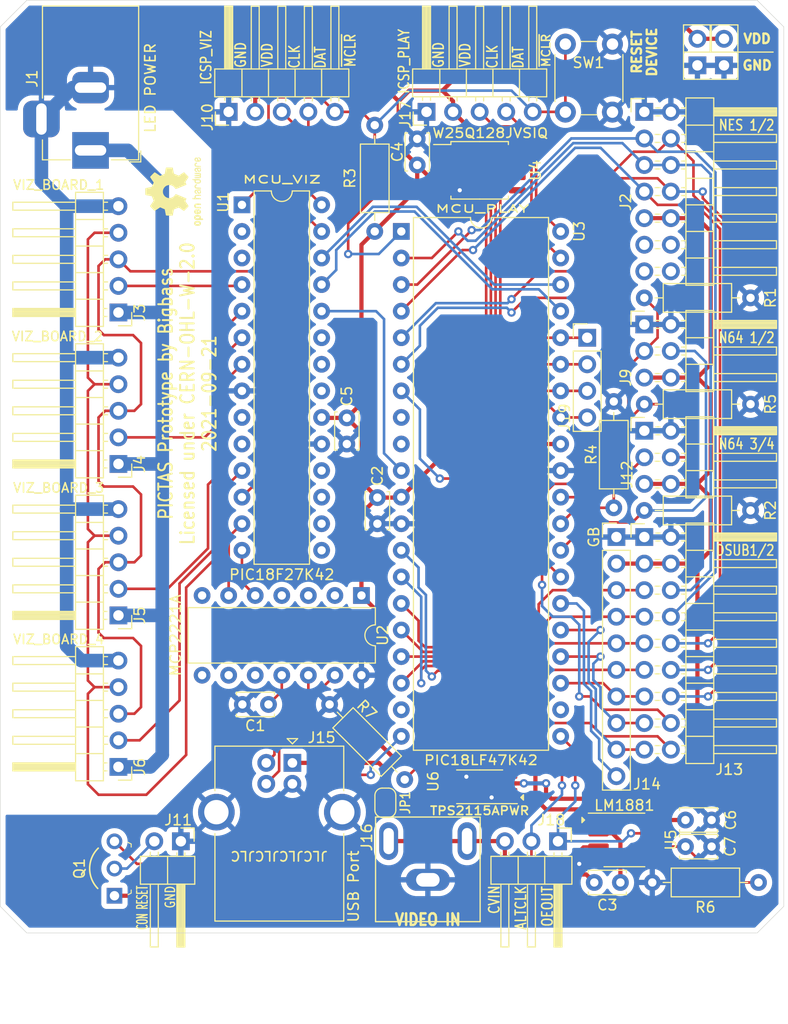
<source format=kicad_pcb>
(kicad_pcb (version 20210824) (generator pcbnew)
  (layers (0 "F.Cu" signal) (31 "B.Cu" signal) (34 "B.Paste" user) (35 "F.Paste" user) (36 "B.SilkS" user "B.Silkscreen") (37 "F.SilkS" user "F.Silkscreen") (38 "B.Mask" user) (39 "F.Mask" user) (44 "Edge.Cuts" user))
  (net 0 "")
  (net 1 "/NES_D41")
  (net 2 "/NES_D31")
  (net 3 "/NES_D42")
  (net 4 "/NES_D32")
  (net 5 "/N64_DATA1")
  (net 6 "/3.3V")
  (net 7 "/N64_DATA2")
  (net 8 "/N64_DATA3")
  (net 9 "/N64_DATA4")
  (net 10 "/USB_5V")
  (net 11 "/D-")
  (net 12 "/D+")
  (net 13 "Net-(C7-Pad2)")
  (net 18 "Net-(C1-Pad2)")
  (net 19 "/SER")
  (net 20 "/CLK")
  (net 21 "/STROBE1")
  (net 22 "/STROBE2")
  (net 23 "/STROBE3")
  (net 24 "GND")
  (net 25 "VDD")
  (net 27 "/UART_HOST")
  (net 28 "SPI1CS")
  (net 29 "SPI1SDO")
  (net 30 "SPI1SCK")
  (net 31 "SPI1SDI")
  (net 32 "/GB8")
  (net 33 "/LED_5V")
  (net 34 "/CVIN")
  (net 36 "OEOUT")
  (net 37 "ALT_CLK")
  (net 39 "MCU_RESET")
  (net 40 "CON_RESET")
  (net 41 "/STROBE4")
  (net 42 "/DSUB25")
  (net 43 "/DSUB23")
  (net 44 "/DSUB21")
  (net 45 "/DSUB24")
  (net 46 "/DSUB22")
  (net 47 "/DSUB27")
  (net 48 "/DSUB17")
  (net 49 "/DSUB26")
  (net 50 "/DSUB16")
  (net 51 "/DSUB15")
  (net 52 "/DSUB14")
  (net 53 "/DSUB13")
  (net 54 "/DSUB12")
  (net 55 "/DSUB11")
  (net 56 "Net-(C3-Pad1)")
  (net 57 "Net-(J10-Pad4)")
  (net 58 "Net-(J10-Pad3)")
  (net 59 "Net-(J11-Pad2)")
  (net 60 "Net-(J17-Pad4)")
  (net 61 "Net-(J17-Pad3)")
  (net 62 "Net-(R7-Pad2)")
  (net 73 "UART_V2P")
  (net 74 "UART_P2V")
  (net 75 "Net-(U1-Pad13)")
  (net 76 "Net-(U1-Pad14)")
  (footprint "Connector_BarrelJack:BarrelJack_Horizontal" (layer "F.Cu") (at 75.184 64.643 -90)
    (fp_text reference "J1")
    (fp_text value "LED POWER")
  )
  (footprint "Package_SO:SOIC-8_5.275x5.275mm_P1.27mm" (layer "F.Cu") (at 112.395 66.548)
    (fp_text reference "U4")
    (fp_text value "W25Q128JVSIQ")
  )
  (footprint "Connector_PinHeader_2.54mm:PinHeader_1x05_P2.54mm_Horizontal" (layer "F.Cu") (at 77.851 94.615 180)
    (fp_text reference "J4")
    (fp_text value "VIZ_BOARD_2")
  )
  (footprint "Connector_PinHeader_2.54mm:PinHeader_1x05_P2.54mm_Horizontal" (layer "F.Cu") (at 77.851 123.571 180)
    (fp_text reference "J6")
    (fp_text value "VIZ_BOARD_4")
  )
  (footprint "Connector_PinHeader_2.54mm:PinHeader_1x05_P2.54mm_Horizontal" (layer "F.Cu") (at 107.315 60.96 90)
    (fp_text reference "J17")
    (fp_text value "ICSP_PLAY")
  )
  (footprint "Capacitor_THT:C_Disc_D3.4mm_W2.1mm_P2.50mm" (layer "F.Cu") (at 89.702 117.602)
    (fp_text reference "C1")
    (fp_text value "0.1uF")
  )
  (footprint "Connector_PinHeader_2.54mm:PinHeader_1x05_P2.54mm_Horizontal" (layer "F.Cu") (at 88.392 60.96 90)
    (fp_text reference "J10")
    (fp_text value "ICSP_VIZ")
  )
  (footprint "Package_DIP:DIP-40_W15.24mm" (layer "F.Cu") (at 104.902 72.39)
    (fp_text reference "U3")
    (fp_text value "PIC18LF47K42")
  )
  (footprint "Capacitor_THT:C_Disc_D3.4mm_W2.1mm_P2.50mm" (layer "F.Cu") (at 102.616 100.33 90)
    (fp_text reference "C2")
    (fp_text value "0.1uF")
  )
  (footprint "Capacitor_THT:C_Disc_D3.4mm_W2.1mm_P2.50mm" (layer "F.Cu") (at 99.695 92.71 90)
    (fp_text reference "C5")
    (fp_text value "0.1uF")
  )
  (footprint "Resistor_THT:R_Axial_DIN0207_L6.3mm_D2.5mm_P10.16mm_Horizontal" (layer "F.Cu") (at 102.362 72.39 90)
    (fp_text reference "R3")
    (fp_text value "10K")
  )
  (footprint "Resistor_THT:R_Axial_DIN0207_L6.3mm_D2.5mm_P10.16mm_Horizontal" (layer "F.Cu") (at 138.303 88.9 180)
    (fp_text reference "R5")
    (fp_text value "10k")
  )
  (footprint "Resistor_THT:R_Axial_DIN0207_L6.3mm_D2.5mm_P10.16mm_Horizontal" (layer "F.Cu") (at 138.303 78.74 180)
    (fp_text reference "R1")
    (fp_text value "10k")
  )
  (footprint "Connector_PinHeader_2.54mm:PinHeader_2x03_P2.54mm_Horizontal" (layer "F.Cu") (at 128.143 81.28)
    (fp_text reference "J9")
    (fp_text value "N64 1/2")
  )
  (footprint "Resistor_THT:R_Axial_DIN0207_L6.3mm_D2.5mm_P10.16mm_Horizontal" (layer "F.Cu") (at 125.222 88.646 -90)
    (fp_text reference "R4")
    (fp_text value "10k")
  )
  (footprint "Connector_PinHeader_2.54mm:PinHeader_2x03_P2.54mm_Horizontal" (layer "F.Cu") (at 128.143 91.44)
    (fp_text reference "J12")
    (fp_text value "N64 3/4")
  )
  (footprint "Resistor_THT:R_Axial_DIN0207_L6.3mm_D2.5mm_P10.16mm_Horizontal" (layer "F.Cu") (at 138.303 99.06 180)
    (fp_text reference "R2")
    (fp_text value "10k")
  )
  (footprint "Connector_PinHeader_2.54mm:PinHeader_2x09_P2.54mm_Horizontal" (layer "F.Cu") (at 128.143 101.6)
    (fp_text reference "J13")
    (fp_text value "DSUB1/2")
  )
  (footprint "Connector_PinHeader_2.54mm:PinHeader_1x10_P2.54mm_Vertical" (layer "F.Cu") (at 125.476 101.6)
    (fp_text reference "J14")
    (fp_text value "GB")
  )
  (footprint "Connector_PinHeader_2.54mm:PinHeader_1x03_P2.54mm_Horizontal" (layer "F.Cu") (at 119.888 130.683 -90)
    (fp_text reference "J18")
    (fp_text value "SYNC")
  )
  (footprint "Capacitor_THT:C_Disc_D3.4mm_W2.1mm_P2.50mm" (layer "F.Cu") (at 134.58 131.191 180)
    (fp_text reference "C7")
    (fp_text value "0.1uF")
  )
  (footprint "Capacitor_THT:C_Disc_D3.4mm_W2.1mm_P2.50mm" (layer "F.Cu") (at 125.857 134.62 180)
    (fp_text reference "C3")
    (fp_text value "0.1uF")
  )
  (footprint "Resistor_THT:R_Axial_DIN0207_L6.3mm_D2.5mm_P10.16mm_Horizontal" (layer "F.Cu") (at 139.065 134.62 180)
    (fp_text reference "R6")
    (fp_text value "680k")
  )
  (footprint "Package_SO:SOIC-8_3.9x4.9mm_P1.27mm" (layer "F.Cu") (at 126.238 130.556)
    (fp_text reference "U5")
    (fp_text value "LM1881")
  )
  (footprint "Package_DIP:DIP-14_W7.62mm" (layer "F.Cu") (at 101.092 107.188 -90)
    (fp_text reference "U2")
    (fp_text value "MCP2221A")
  )
  (footprint "Connector_PinHeader_2.54mm:PinHeader_2x07_P2.54mm_Horizontal" (layer "F.Cu") (at 128.143 60.96)
    (fp_text reference "J2")
    (fp_text value "NES 1/2")
  )
  (footprint "Connector_PinHeader_2.54mm:PinHeader_1x02_P2.54mm_Horizontal" (layer "F.Cu") (at 83.82 130.683 -90)
    (fp_text reference "J11")
    (fp_text value "CON_RESET" hide)
  )
  (footprint "digikey-footprints:TO-92-3_Formed_Leads" (layer "F.Cu") (at 77.47 135.89 90)
    (fp_text reference "Q1")
    (fp_text value "KSC1815_CON_RESET")
  )
  (footprint "Button_Switch_THT:SW_PUSH_6mm_H7.3mm" (layer "F.Cu") (at 125.095 54.483 -90)
    (fp_text reference "SW1")
    (fp_text value "MCU_RESET")
  )
  (footprint "Connector_PinHeader_2.54mm:PinHeader_1x05_P2.54mm_Horizontal" (layer "F.Cu") (at 77.851 80.137 180)
    (fp_text reference "J3")
    (fp_text value "VIZ_BOARD_1")
  )
  (footprint "Connector_PinHeader_2.54mm:PinHeader_1x05_P2.54mm_Horizontal" (layer "F.Cu") (at 77.851 109.093 180)
    (fp_text reference "J5")
    (fp_text value "VIZ_BOARD_3")
  )
  (footprint "Connector_PinHeader_2.54mm:PinHeader_1x02_P2.54mm_Vertical" (layer "F.Cu") (at 135.763 56.515 180)
    (fp_text reference "J7" hide)
    (fp_text value "AUX_VDD_GND_1")
  )
  (footprint "Connector_PinSocket_2.54mm:PinSocket_1x02_P2.54mm_Vertical" (layer "F.Cu") (at 133.223 56.515 180)
    (fp_text reference "J8" hide)
    (fp_text value "AUX_VDD_GND_2")
  )
  (footprint "Connector_USB:USB_B_OST_USB-B1HSxx_Horizontal" (layer "F.Cu") (at 94.488 123.19 -90)
    (fp_text reference "J15")
    (fp_text value "USB Port")
  )
  (footprint "pictas:PJRAN1X1U04X" (layer "F.Cu") (at 107.442 134.366)
    (fp_text reference "J16")
    (fp_text value "VIDEO IN")
  )
  (footprint "Connector_PinHeader_2.54mm:PinHeader_1x04_P2.54mm_Vertical" (layer "F.Cu") (at 122.682 82.55)
    (fp_text reference "J19")
    (fp_text value "AUX_FLASH")
  )
  (footprint "Package_DIP:DIP-28_W7.62mm" (layer "F.Cu") (at 89.662 69.85)
    (fp_text reference "U1")
    (fp_text value "PIC18F27K42")
  )
  (footprint "Resistor_THT:R_Axial_DIN0207_L6.3mm_D2.5mm_P10.16mm_Horizontal" (layer "F.Cu") (at 98.044 117.602 -45)
    (fp_text reference "R7")
    (fp_text value "400")
  )
  (footprint "Jumper:SolderJumper-2_P1.3mm_Open_RoundedPad1.0x1.5mm" (layer "F.Cu") (at 103.378 127 90)
    (fp_text reference "JP1")
    (fp_text value "VDD_BYPASS")
  )
  (footprint "Capacitor_THT:C_Disc_D3.4mm_W2.1mm_P2.50mm" (layer "F.Cu") (at 106.426 63.54 -90)
    (fp_text reference "C4")
    (fp_text value "0.1uF")
  )
  (footprint "Package_SO:TSSOP-8_4.4x3mm_P0.65mm" (layer "F.Cu") (at 112.395 125.476 180)
    (fp_text reference "U6")
    (fp_text value "TPS2115APWR")
  )
  (footprint "Capacitor_THT:C_Disc_D3.4mm_W2.1mm_P2.50mm" (layer "F.Cu") (at 134.58 128.651 180)
    (fp_text reference "C6")
    (fp_text value "0.1uF")
  )
  (footprint "Symbol:OSHW-Logo2_7.3x6mm_SilkScreen" (layer "F.Cu") (at 83.185 68.58 90)
    (fp_text reference "REF**" hide)
    (fp_text value "OSHW-Logo2_7.3x6mm_SilkScreen" hide)
  )
  (gr_line (start 137.093 56.515) (end 137.093 55.245) (layer "F.SilkS") (width 0.12))
  (gr_line (start 133.223 57.845) (end 135.763 57.845) (layer "F.SilkS") (width 0.12))
  (gr_line (start 131.893 56.515) (end 131.893 55.245) (layer "F.SilkS") (width 0.12))
  (gr_poly (pts (xy 122.174 128.397) (xy 122.428 128.651) (xy 122.174 128.905)) (layer "F.SilkS") (width 0.12) (fill solid))
  (gr_line (start 137.093 55.245) (end 140.462 55.245) (layer "F.SilkS") (width 0.12))
  (gr_poly (pts (xy 116.586 126.746) (xy 116.332 126.492) (xy 116.586 126.238)) (layer "F.SilkS") (width 0.12) (fill solid))
  (gr_line (start 66.548 136.906) (end 66.548 52.832) (layer "Edge.Cuts") (width 0.05))
  (gr_line (start 66.548 136.906) (end 69.088 139.446) (layer "Edge.Cuts") (width 0.05))
  (gr_line (start 141.478 52.832) (end 141.478 136.906) (layer "Edge.Cuts") (width 0.05))
  (gr_line (start 69.088 50.292) (end 66.548 52.832) (layer "Edge.Cuts") (width 0.05))
  (gr_line (start 138.938 139.446) (end 141.478 136.906) (layer "Edge.Cuts") (width 0.05))
  (gr_line (start 69.088 50.292) (end 138.938 50.292) (layer "Edge.Cuts") (width 0.05))
  (gr_line (start 141.478 52.832) (end 138.938 50.292) (layer "Edge.Cuts") (width 0.05))
  (gr_line (start 138.938 139.446) (end 69.088 139.446) (layer "Edge.Cuts") (width 0.05))
  (gr_text "PICTAS Prototype by Bigbass\nLicensed under CERN-OHL-W-2.0\n2021-09-21" (at 84.455 87.884 90) (layer "F.SilkS") (effects (font (size 1.3 1.1) (thickness 0.19))))
  (gr_text "OEOUT" (at 118.872 136.906 90) (layer "F.SilkS") (effects (font (size 1 0.8))))
  (gr_text "MCU_VIZ" (at 93.472 67.437) (layer "F.SilkS") (effects (font (size 0.7 1.2))))
  (gr_text "GND" (at 82.804 136.017 90) (layer "F.SilkS") (effects (font (size 0.9 0.7) (thickness 0.125))))
  (gr_text "CVIN" (at 113.792 136.271 90) (layer "F.SilkS") (effects (font (size 1 0.8))))
  (gr_text "~{MCLR}" (at 100.0125 56.769 90) (layer "F.SilkS") (effects (font (size 1 0.8)) (justify left)))
  (gr_text "GND" (at 89.535 56.8325 90) (layer "F.SilkS") (effects (font (size 1 0.8)) (justify left)))
  (gr_text "GND" (at 108.458 56.8325 90) (layer "F.SilkS") (effects (font (size 1 0.8)) (justify left)))
  (gr_text "DAT" (at 116.078 56.896 90) (layer "F.SilkS") (effects (font (size 1 0.8)) (justify left)))
  (gr_text "~{MCLR}" (at 118.745 56.769 90) (layer "F.SilkS") (effects (font (size 0.8 0.8)) (justify left)))
  (gr_text "VDD" (at 110.998 56.769 90) (layer "F.SilkS") (effects (font (size 1 0.8)) (justify left)))
  (gr_text "CLK" (at 113.6015 56.896 90) (layer "F.SilkS") (effects (font (size 1 0.8)) (justify left)))
  (gr_text "VDD" (at 138.938 53.975) (layer "F.SilkS") (effects (font (size 0.9 0.9) (thickness 0.225))))
  (gr_text "GND" (at 138.938 56.515) (layer "F.SilkS") (effects (font (size 0.9 0.9) (thickness 0.225))))
  (gr_text "MCU_PLAY" (at 112.649 70.231) (layer "F.SilkS") (effects (font (size 0.7 1.2))))
  (gr_text "RESET\nDEVICE" (at 128.143 55.245 90) (layer "F.SilkS") (effects (font (size 0.9 0.9) (thickness 0.225))))
  (gr_text "ALTCLK" (at 116.332 137.033 90) (layer "F.SilkS") (effects (font (size 1 0.8))))
  (gr_text "DAT" (at 97.155 56.896 90) (layer "F.SilkS") (effects (font (size 1 0.8)) (justify left)))
  (gr_text "JLCJLCJLCJLC" (at 93.218 132.08 180) (layer "F.SilkS") (effects (font (size 0.9 0.9))))
  (gr_text "CON RESET" (at 80.137 137.033 90) (layer "F.SilkS") (effects (font (size 1 0.5) (thickness 0.125))))
  (gr_text "VDD" (at 92.075 56.769 90) (layer "F.SilkS") (effects (font (size 1 0.8)) (justify left)))
  (gr_text "CLK" (at 94.6785 56.896 90) (layer "F.SilkS") (effects (font (size 1 0.8)) (justify left)))
  (segment (start 126.619 89.78759) (end 126.04199 90.3646) (width 0.25) (layer "F.Cu") (net 5))
  (segment (start 128.143 83.82) (end 126.619 85.344) (width 0.25) (layer "F.Cu") (net 5))
  (segment (start 118.11 103.378) (end 120.142 105.41) (width 0.25) (layer "F.Cu") (net 5))
  (segment (start 126.04199 94.0476) (end 123.56959 96.52) (width 0.25) (layer "F.Cu") (net 5))
  (segment (start 128.143 83.82) (end 129.413 82.55) (width 0.25) (layer "F.Cu") (net 5))
  (segment (start 119.507 96.52) (end 118.11 97.917) (width 0.25) (layer "F.Cu") (net 5))
  (segment (start 129.413 82.55) (end 129.413 80.01) (width 0.25) (layer "F.Cu") (net 5))
  (segment (start 118.11 97.917) (end 118.11 103.378) (width 0.25) (layer "F.Cu") (net 5))
  (segment (start 126.619 85.344) (end 126.619 89.78759) (width 0.25) (layer "F.Cu") (net 5))
  (segment (start 126.04199 90.3646) (end 126.04199 94.0476) (width 0.25) (layer "F.Cu") (net 5))
  (segment (start 129.413 80.01) (end 128.143 78.74) (width 0.25) (layer "F.Cu") (net 5))
  (segment (start 123.56959 96.52) (end 119.507 96.52) (width 0.25) (layer "F.Cu") (net 5))
  (segment (start 133.223 86.36) (end 134.493 85.09) (width 0.4) (layer "F.Cu") (net 6))
  (segment (start 134.493 72.39) (end 133.223 71.12) (width 0.4) (layer "F.Cu") (net 6))
  (segment (start 133.223 71.12) (end 130.683 71.12) (width 0.4) (layer "F.Cu") (net 6))
  (segment (start 115.2575 125.151) (end 112.974 125.151) (width 0.4) (layer "F.Cu") (net 6))
  (segment (start 112.974 125.151) (end 111.674 126.451) (width 0.4) (layer "F.Cu") (net 6))
  (segment (start 111.674 126.451) (end 109.5325 126.451) (width 0.4) (layer "F.Cu") (net 6))
  (segment (start 134.493 102.87) (end 133.223 104.14) (width 0.4) (layer "F.Cu") (net 6))
  (segment (start 128.143 96.52) (end 130.683 96.52) (width 0.4) (layer "F.Cu") (net 6))
  (segment (start 134.493 97.79) (end 134.493 102.87) (width 0.4) (layer "F.Cu") (net 6))
  (segment (start 134.493 72.39) (end 134.493 85.09) (width 0.4) (layer "F.Cu") (net 6))
  (segment (start 118.745 126.111) (end 118.745 125.1458) (width 0.4) (layer "F.Cu") (net 6))
  (segment (start 119.634 126.619) (end 132.08 126.619) (width 0.4) (layer "F.Cu") (net 6))
  (segment (start 133.223 96.52) (end 130.683 96.52) (width 0.4) (layer "F.Cu") (net 6))
  (segment (start 119.253 126.619) (end 118.745 126.111) (width 0.4) (layer "F.Cu") (net 6))
  (segment (start 133.223 125.476) (end 133.223 104.14) (width 0.4) (layer "F.Cu") (net 6))
  (segment (start 132.08 126.619) (end 133.223 125.476) (width 0.4) (layer "F.Cu") (net 6))
  (segment (start 116.6189 125.151) (end 116.6241 125.1458) (width 0.4) (layer "F.Cu") (net 6))
  (segment (start 134.493 87.63) (end 133.223 86.36) (width 0.4) (layer "F.Cu") (net 6))
  (segment (start 128.143 104.14) (end 125.476 104.14) (width 0.4) (layer "F.Cu") (net 6))
  (segment (start 115.2575 125.151) (end 116.6189 125.151) (width 0.4) (layer "F.Cu") (net 6))
  (segment (start 119.634 126.619) (end 119.253 126.619) (width 0.4) (layer "F.Cu") (net 6))
  (segment (start 128.143 71.12) (end 130.683 71.12) (width 0.4) (layer "F.Cu") (net 6))
  (segment (start 130.683 104.14) (end 128.143 104.14) (width 0.4) (layer "F.Cu") (net 6))
  (segment (start 133.223 104.14) (end 130.683 104.14) (width 0.4) (layer "F.Cu") (net 6))
  (segment (start 133.223 96.52) (end 134.493 97.79) (width 0.4) (layer "F.Cu") (net 6))
  (segment (start 128.143 86.36) (end 130.683 86.36) (width 0.4) (layer "F.Cu") (net 6))
  (segment (start 133.223 86.36) (end 130.683 86.36) (width 0.4) (layer "F.Cu") (net 6))
  (segment (start 134.493 87.63) (end 134.493 95.25) (width 0.4) (layer "F.Cu") (net 6))
  (segment (start 133.223 96.52) (end 134.493 95.25) (width 0.4) (layer "F.Cu") (net 6))
  (via (at 118.745 125.1458) (size 0.8) (drill 0.4) (layers "F.Cu" "B.Cu") (net 6))
  (via (at 116.6241 125.1458) (size 0.8) (drill 0.4) (layers "F.Cu" "B.Cu") (net 6))
  (segment (start 116.6241 125.1458) (end 118.4021 125.1458) (width 0.4) (layer "B.Cu") (net 6))
  (segment (start 122.809 100.203) (end 127 100.203) (width 0.25) (layer "F.Cu") (net 7))
  (segment (start 120.142 102.87) (end 122.809 100.203) (width 0.25) (layer "F.Cu") (net 7))
  (segment (start 127 100.203) (end 128.143 99.06) (width 0.25) (layer "F.Cu") (net 7))
  (segment (start 132.77299 99.06) (end 134.04299 97.79) (width 0.25) (layer "B.Cu") (net 7))
  (segment (start 132.969 83.82) (end 130.683 83.82) (width 0.25) (layer "B.Cu") (net 7))
  (segment (start 134.04299 97.79) (end 134.04299 84.89399) (width 0.25) (layer "B.Cu") (net 7))
  (segment (start 134.04299 84.89399) (end 132.969 83.82) (width 0.25) (layer "B.Cu") (net 7))
  (segment (start 128.143 99.06) (end 132.77299 99.06) (width 0.25) (layer "B.Cu") (net 7))
  (segment (start 120.142 100.33) (end 121.666 98.806) (width 0.25) (layer "F.Cu") (net 8))
  (segment (start 121.666 98.806) (end 125.222 98.806) (width 0.25) (layer "F.Cu") (net 8))
  (segment (start 125.222 98.806) (end 125.222 96.901) (width 0.25) (layer "F.Cu") (net 8))
  (segment (start 125.222 96.901) (end 128.143 93.98) (width 0.25) (layer "F.Cu") (net 8))
  (segment (start 122.936 97.79) (end 126.492 94.234) (width 0.25) (layer "F.Cu") (net 9))
  (segment (start 126.492 94.234) (end 126.492 90.551) (width 0.25) (layer "F.Cu") (net 9))
  (segment (start 126.492 90.551) (end 128.143 88.9) (width 0.25) (layer "F.Cu") (net 9))
  (segment (start 131.826 88.9) (end 132.969 90.043) (width 0.25) (layer "F.Cu") (net 9))
  (segment (start 132.969 93.091) (end 132.08 93.98) (width 0.25) (layer "F.Cu") (net 9))
  (segment (start 120.142 97.79) (end 122.936 97.79) (width 0.25) (layer "F.Cu") (net 9))
  (segment (start 132.969 90.043) (end 132.969 93.091) (width 0.25) (layer "F.Cu") (net 9))
  (segment (start 128.143 88.9) (end 131.826 88.9) (width 0.25) (layer "F.Cu") (net 9))
  (segment (start 132.08 93.98) (end 130.683 93.98) (width 0.25) (layer "F.Cu") (net 9))
  (segment (start 103.378 123.825) (end 102.743 123.19) (width 0.4) (layer "F.Cu") (net 10))
  (segment (start 102.743 123.19) (end 94.488 123.19) (width 0.4) (layer "F.Cu") (net 10))
  (segment (start 103.378 126.35) (end 106.314 126.35) (width 0.4) (layer "F.Cu") (net 10))
  (segment (start 107.513 125.151) (end 109.5325 125.151) (width 0.4) (layer "F.Cu") (net 10))
  (segment (start 106.553 126.111) (end 107.513 125.151) (width 0.4) (layer "F.Cu") (net 10))
  (segment (start 103.378 126.35) (end 103.378 123.825) (width 0.4) (layer "F.Cu") (net 10))
  (segment (start 106.314 126.35) (end 106.553 126.111) (width 0.4) (layer "F.Cu") (net 10))
  (segment (start 92.76848 122.40952) (end 92.76848 119.955803) (width 0.25) (layer "F.Cu") (net 11))
  (segment (start 92.76848 119.955803) (end 96.012 116.712283) (width 0.25) (layer "F.Cu") (net 11))
  (segment (start 96.012 116.712283) (end 96.012 114.808) (width 0.25) (layer "F.Cu") (net 11))
  (segment (start 91.988 123.19) (end 92.76848 122.40952) (width 0.25) (layer "F.Cu") (net 11))
  (segment (start 98.552 114.808) (end 93.218 120.142) (width 0.25) (layer "F.Cu") (net 12))
  (segment (start 93.218 123.96) (end 93.218 120.142) (width 0.25) (layer "F.Cu") (net 12))
  (segment (start 91.988 125.19) (end 93.218 123.96) (width 0.25) (layer "F.Cu") (net 12))
  (segment (start 135.509 134.62) (end 132.08 131.191) (width 0.25) (layer "F.Cu") (net 13))
  (segment (start 139.065 134.62) (end 135.509 134.62) (width 0.25) (layer "F.Cu") (net 13))
  (segment (start 128.713 131.191) (end 132.08 131.191) (width 0.25) (layer "F.Cu") (net 13))
  (segment (start 92.202 117.602) (end 93.472 116.332) (width 0.25) (layer "F.Cu") (net 18))
  (segment (start 93.472 116.332) (end 93.472 114.808) (width 0.25) (layer "F.Cu") (net 18))
  (segment (start 74.93 125.222) (end 75.946 126.238) (width 0.25) (layer "F.Cu") (net 19))
  (segment (start 75.565 72.517) (end 74.93 73.152) (width 0.25) (layer "F.Cu") (net 19))
  (segment (start 74.93 116.586) (end 74.93 125.222) (width 0.25) (layer "F.Cu") (net 19))
  (segment (start 84.328 122.428) (end 84.328 106.426) (width 0.25) (layer "F.Cu") (net 19))
  (segment (start 77.851 72.517) (end 75.565 72.517) (width 0.25) (layer "F.Cu") (net 19))
  (segment (start 75.565 86.995) (end 74.93 86.36) (width 0.25) (layer "F.Cu") (net 19))
  (segment (start 75.565 101.473) (end 74.93 102.108) (width 0.25) (layer "F.Cu") (net 19))
  (segment (start 74.93 87.63) (end 74.93 100.838) (width 0.25) (layer "F.Cu") (net 19))
  (segment (start 75.565 101.473) (end 74.93 100.838) (width 0.25) (layer "F.Cu") (net 19))
  (segment (start 75.565 86.995) (end 74.93 87.63) (width 0.25) (layer "F.Cu") (net 19))
  (segment (start 75.565 115.951) (end 77.851 115.951) (width 0.25) (layer "F.Cu") (net 19))
  (segment (start 87.63 103.124) (end 87.63 97.282) (width 0.25) (layer "F.Cu") (net 19))
  (segment (start 75.946 126.238) (end 80.518 126.238) (width 0.25) (layer "F.Cu") (net 19))
  (segment (start 74.93 115.316) (end 75.565 115.951) (width 0.25) (layer "F.Cu") (net 19))
  (segment (start 74.93 73.152) (end 74.93 86.36) (width 0.25) (layer "F.Cu") (net 19))
  (segment (start 77.851 86.995) (end 75.565 86.995) (width 0.25) (layer "F.Cu") (net 19))
  (segment (start 87.63 97.282) (end 89.662 95.25) (width 0.25) (layer "F.Cu") (net 19))
  (segment (start 74.93 102.108) (end 74.93 115.316) (width 0.25) (layer "F.Cu") (net 19))
  (segment (start 84.328 106.426) (end 87.63 103.124) (width 0.25) (layer "F.Cu") (net 19))
  (segment (start 77.851 101.473) (end 75.565 101.473) (width 0.25) (layer "F.Cu") (net 19))
  (segment (start 75.565 115.951) (end 74.93 116.586) (width 0.25) (layer "F.Cu") (net 19))
  (segment (start 80.518 126.238) (end 84.328 122.428) (width 0.25) (layer "F.Cu") (net 19))
  (segment (start 79.248 111.252) (end 80.01 112.014) (width 0.25) (layer "F.Cu") (net 20))
  (segment (start 77.851 104.013) (end 76.581 104.013) (width 0.25) (layer "F.Cu") (net 20))
  (segment (start 79.375 104.013) (end 77.851 104.013) (width 0.25) (layer "F.Cu") (net 20))
  (segment (start 76.581 104.013) (end 75.946 104.648) (width 0.25) (layer "F.Cu") (net 20))
  (segment (start 76.454 111.252) (end 79.248 111.252) (width 0.25) (layer "F.Cu") (net 20))
  (segment (start 80.01 117.856) (end 79.375 118.491) (width 0.25) (layer "F.Cu") (net 20))
  (segment (start 80.01 112.014) (end 80.01 117.856) (width 0.25) (layer "F.Cu") (net 20))
  (segment (start 75.946 110.744) (end 76.454 111.252) (width 0.25) (layer "F.Cu") (net 20))
  (segment (start 75.946 104.648) (end 75.946 110.744) (width 0.25) (layer "F.Cu") (net 20))
  (segment (start 76.454 96.774) (end 79.248 96.774) (width 0.25) (layer "F.Cu") (net 20))
  (segment (start 79.248 82.296) (end 80.01 83.058) (width 0.25) (layer "F.Cu") (net 20))
  (segment (start 75.946 81.788) (end 76.454 82.296) (width 0.25) (layer "F.Cu") (net 20))
  (segment (start 76.454 82.296) (end 79.248 82.296) (width 0.25) (layer "F.Cu") (net 20))
  (segment (start 89.662 97.79) (end 91.44 96.012) (width 0.25) (layer "F.Cu") (net 20))
  (segment (start 76.581 75.057) (end 75.946 75.692) (width 0.25) (layer "F.Cu") (net 20))
  (segment (start 91.44 96.012) (end 91.44 77.089) (width 0.25) (layer "F.Cu") (net 20))
  (segment (start 77.851 75.057) (end 76.581 75.057) (width 0.25) (layer "F.Cu") (net 20))
  (segment (start 90.551 76.2) (end 78.994 76.2) (width 0.25) (layer "F.Cu") (net 20))
  (segment (start 75.946 96.266) (end 76.454 96.774) (width 0.25) (layer "F.Cu") (net 20))
  (segment (start 79.375 89.535) (end 77.851 89.535) (width 0.25) (layer "F.Cu") (net 20))
  (segment (start 79.248 96.774) (end 80.01 97.536) (width 0.25) (layer "F.Cu") (net 20))
  (segment (start 80.01 88.9) (end 79.375 89.535) (width 0.25) (layer "F.Cu") (net 20))
  (segment (start 76.581 89.535) (end 75.946 90.17) (width 0.25) (layer "F.Cu") (net 20))
  (segment (start 80.01 83.058) (end 80.01 88.9) (width 0.25) (layer "F.Cu") (net 20))
  (segment (start 75.946 90.17) (end 75.946 96.266) (width 0.25) (layer "F.Cu") (net 20))
  (segment (start 78.994 76.2) (end 77.851 75.057) (width 0.25) (layer "F.Cu") (net 20))
  (segment (start 75.946 75.692) (end 75.946 81.788) (width 0.25) (layer "F.Cu") (net 20))
  (segment (start 91.44 77.089) (end 90.551 76.2) (width 0.25) (layer "F.Cu") (net 20))
  (segment (start 80.01 103.378) (end 79.375 104.013) (width 0.25) (layer "F.Cu") (net 20))
  (segment (start 79.375 118.491) (end 77.851 118.491) (width 0.25) (layer "F.Cu") (net 20))
  (segment (start 80.01 97.536) (end 80.01 103.378) (width 0.25) (layer "F.Cu") (net 20))
  (segment (start 77.851 89.535) (end 76.581 89.535) (width 0.25) (layer "F.Cu") (net 20))
  (segment (start 89.535 77.597) (end 89.662 77.47) (width 0.25) (layer "F.Cu") (net 21))
  (segment (start 77.851 77.597) (end 89.535 77.597) (width 0.25) (layer "F.Cu") (net 21))
  (segment (start 86.106 92.075) (end 86.92146 91.25954) (width 0.25) (layer "F.Cu") (net 22))
  (segment (start 86.92146 82.75054) (end 89.662 80.01) (width 0.25) (layer "F.Cu") (net 22))
  (segment (start 77.851 92.075) (end 86.106 92.075) (width 0.25) (layer "F.Cu") (net 22))
  (segment (start 86.92146 91.25954) (end 86.92146 82.75054) (width 0.25) (layer "F.Cu") (net 22))
  (segment (start 86.41848 96.587802) (end 87.37098 95.635302) (width 0.25) (layer "F.Cu") (net 23))
  (segment (start 87.37098 95.635302) (end 87.37098 84.84102) (width 0.25) (layer "F.Cu") (net 23))
  (segment (start 86.41848 102.683803) (end 86.41848 96.587802) (width 0.25) (layer "F.Cu") (net 23))
  (segment (start 82.549283 106.553) (end 86.41848 102.683803) (width 0.25) (layer "F.Cu") (net 23))
  (segment (start 77.851 106.553) (end 82.549283 106.553) (width 0.25) (layer "F.Cu") (net 23))
  (segment (start 87.37098 84.84102) (end 89.662 82.55) (width 0.25) (layer "F.Cu") (net 23))
  (segment (start 108.795 68.453) (end 110.49 68.453) (width 0.25) (layer "F.Cu") (net 24))
  (segment (start 122.301 132.461) (end 121.92 132.842) (width 0.25) (layer "F.Cu") (net 24))
  (segment (start 115.2575 125.801) (end 114.229 125.801) (width 0.25) (layer "F.Cu") (net 24))
  (segment (start 123.763 132.461) (end 122.301 132.461) (width 0.25) (layer "F.Cu") (net 24))
  (segment (start 114.229 125.801) (end 113.538 126.492) (width 0.25) (layer "F.Cu") (net 24))
  (segment (start 111.1152 124.501) (end 111.125 124.5108) (width 0.25) (layer "F.Cu") (net 24))
  (segment (start 109.5325 124.501) (end 111.1152 124.501) (width 0.25) (layer "F.Cu") (net 24))
  (via (at 121.92 132.842) (size 0.8) (drill 0.4) (layers "F.Cu" "B.Cu") (net 24))
  (via (at 111.125 124.5108) (size 0.8) (drill 0.4) (layers "F.Cu" "B.Cu") (net 24))
  (via (at 110.49 68.453) (size 0.8) (drill 0.4) (layers "F.Cu" "B.Cu") (net 24))
  (via (at 113.538 126.492) (size 0.8) (drill 0.4) (layers "F.Cu" "B.Cu") (net 24))
  (segment (start 102.616 100.33) (end 104.902 100.33) (width 0.5) (layer "B.Cu") (net 24))
  (segment (start 72.898 112.014) (end 74.295 113.411) (width 1.3) (layer "B.Cu") (net 24))
  (segment (start 72.898 69.977) (end 72.898 84.455) (width 1.3) (layer "B.Cu") (net 24))
  (segment (start 77.851 84.455) (end 72.898 84.455) (width 1.3) (layer "B.Cu") (net 24))
  (segment (start 75.184 58.643) (end 73.484 58.643) (width 1.3) (layer "B.Cu") (net 24))
  (segment (start 72.898 84.455) (end 72.898 98.933) (width 1.3) (layer "B.Cu") (net 24))
  (segment (start 72.898 69.977) (end 70.484 67.563) (width 1.3) (layer "B.Cu") (net 24))
  (segment (start 70.484 67.563) (end 70.484 61.643) (width 1.3) (layer "B.Cu") (net 24))
  (segment (start 73.484 58.643) (end 70.484 61.643) (width 1.3) (layer "B.Cu") (net 24))
  (segment (start 72.898 98.933) (end 72.898 112.014) (width 1.3) (layer "B.Cu") (net 24))
  (segment (start 77.851 69.977) (end 72.898 69.977) (width 1.3) (layer "B.Cu") (net 24))
  (segment (start 77.851 98.933) (end 72.898 98.933) (width 1.3) (layer "B.Cu") (net 24))
  (segment (start 74.295 113.411) (end 77.851 113.411) (width 1.3) (layer "B.Cu") (net 24))
  (segment (start 109.855 59.944) (end 108.839 58.928) (width 0.4) (layer "F.Cu") (net 25))
  (segment (start 104.648 64.262) (end 106.426 66.04) (width 0.4) (layer "F.Cu") (net 25))
  (segment (start 117.729 126.619) (end 118.745 127.635) (width 0.4) (layer "F.Cu") (net 25))
  (segment (start 104.862 97.83) (end 104.902 97.79) (width 0.4) (layer "F.Cu") (net 25))
  (segment (start 100.95 130.063) (end 95.123 135.89) (width 0.4) (layer "F.Cu") (net 25))
  (segment (start 101.092 107.188) (end 102.87 108.966) (width 0.4) (layer "F.Cu") (net 25))
  (segment (start 109.5325 125.801) (end 108.26 125.801) (width 0.4) (layer "F.Cu") (net 25))
  (segment (start 102.616 97.83) (end 104.862 97.83) (width 0.4) (layer "F.Cu") (net 25))
  (segment (start 101.092 99.354) (end 102.616 97.83) (width 0.4) (layer "F.Cu") (net 25))
  (segment (start 99.695 90.21) (end 97.322 90.21) (width 0.4) (layer "F.Cu") (net 25))
  (segment (start 101.092 91.607) (end 99.695 90.21) (width 0.4) (layer "F.Cu") (net 25))
  (segment (start 104.902 97.79) (end 109.982 92.71) (width 0.4) (layer "F.Cu") (net 25))
  (segment (start 100.965 130.063) (end 100.95 130.063) (width 0.4) (layer "F.Cu") (net 25))
  (segment (start 101.092 96.306) (end 101.092 91.607) (width 0.4) (layer "F.Cu") (net 25))
  (segment (start 103.393 127.635) (end 103.378 127.65) (width 0.4) (layer "F.Cu") (net 25))
  (segment (start 116.459 122.555) (end 117.729 123.825) (width 0.4) (layer "F.Cu") (net 25))
  (segment (start 101.092 88.813) (end 101.092 73.66) (width 0.4) (layer "F.Cu") (net 25))
  (segment (start 109.855 60.96) (end 113.538 64.643) (width 0.4) (layer "F.Cu") (net 25))
  (segment (start 104.648 59.944) (end 103.632 58.928) (width 0.4) (layer "F.Cu") (net 25))
  (segment (start 106.426 68.326) (end 106.3625 68.3895) (width 0.4) (layer "F.Cu") (net 25))
  (segment (start 102.616 97.83) (end 101.092 96.306) (width 0.4) (layer "F.Cu") (net 25))
  (segment (start 104.648 59.944) (end 105.664 58.928) (width 0.4) (layer "F.Cu") (net 25))
  (segment (start 104.648 64.262) (end 104.648 59.944) (width 0.4) (layer "F.Cu") (net 25))
  (segment (start 113.538 64.643) (end 115.995 64.643) (width 0.4) (layer "F.Cu") (net 25))
  (segment (start 126.873 128.651) (end 125.857 127.635) (width 0.4) (layer "F.Cu") (net 25))
  (segment (start 102.87 108.966) (end 102.87 121.412) (width 0.4) (layer "F.Cu") (net 25))
  (segment (start 115.697 52.07) (end 131.318 52.07) (width 0.4) (layer "F.Cu") (net 25))
  (segment (start 102.362 72.39) (end 106.3625 68.3895) (width 0.4) (layer "F.Cu") (net 25))
  (segment (start 116.332 127.635) (end 107.696 127.635) (width 0.4) (layer "F.Cu") (net 25))
  (segment (start 102.87 121.412) (end 104.013 122.555) (width 0.4) (layer "F.Cu") (net 25))
  (segment (start 109.982 92.71) (end 120.142 92.71) (width 0.4) (layer "F.Cu") (net 25))
  (segment (start 103.378 127.65) (end 100.965 130.063) (width 0.4) (layer "F.Cu") (net 25))
  (segment (start 106.426 66.04) (end 106.426 68.326) (width 0.4) (layer "F.Cu") (net 25))
  (segment (start 117.729 126.619) (end 117.475 126.873) (width 0.4) (layer "F.Cu") (net 25))
  (segment (start 107.696 127.635) (end 103.393 127.635) (width 0.4) (layer "F.Cu") (net 25))
  (segment (start 99.695 90.21) (end 101.092 88.813) (width 0.4) (layer "F.Cu") (net 25))
  (segment (start 133.223 53.975) (end 135.763 53.975) (width 0.4) (layer "F.Cu") (net 25))
  (segment (start 107.696 126.365) (end 107.696 127.635) (width 0.4) (layer "F.Cu") (net 25))
  (segment (start 128.713 128.651) (end 132.08 128.651) (width 0.4) (layer "F.Cu") (net 25))
  (segment (start 128.713 128.651) (end 126.873 128.651) (width 0.4) (layer "F.Cu") (net 25))
  (segment (start 108.26 125.801) (end 107.696 126.365) (width 0.4) (layer "F.Cu") (net 25))
  (segment (start 90.932 59.69) (end 90.932 60.96) (width 0.4) (layer "F.Cu") (net 25))
  (segment (start 131.318 52.07) (end 133.223 53.975) (width 0.4) (layer "F.Cu") (net 25))
  (segment (start 107.569 67.183) (end 108.795 67.183) (width 0.4) (layer "F.Cu") (net 25))
  (segment (start 125.857 127.635) (end 118.745 127.635) (width 0.4) (layer "F.Cu") (net 25))
  (segment (start 97.322 90.21) (end 97.282 90.17) (width 0.4) (layer "F.Cu") (net 25))
  (segment (start 103.632 58.928) (end 91.694 58.928) (width 0.4) (layer "F.Cu") (net 25))
  (segment (start 106.426 66.04) (end 107.569 67.183) (width 0.4) (layer "F.Cu") (net 25))
  (segment (start 109.855 60.96) (end 109.855 59.944) (width 0.4) (layer "F.Cu") (net 25))
  (segment (start 108.839 58.928) (end 105.664 58.928) (width 0.4) (layer "F.Cu") (net 25))
  (segment (start 115.995 65.913) (end 115.995 64.643) (width 0.4) (layer "F.Cu") (net 25))
  (segment (start 117.729 123.825) (end 117.729 126.619) (width 0.4) (layer "F.Cu") (net 25))
  (segment (start 91.694 58.928) (end 90.932 59.69) (width 0.4) (layer "F.Cu") (net 25))
  (segment (start 101.092 107.188) (end 101.092 99.354) (width 0.4) (layer "F.Cu") (net 25))
  (segment (start 108.839 58.928) (end 115.697 52.07) (width 0.4) (layer "F.Cu") (net 25))
  (segment (start 95.123 135.89) (end 77.47 135.89) (width 0.4) (layer "F.Cu") (net 25))
  (segment (start 116.332 127.635) (end 116.713 127.635) (width 0.4) (layer "F.Cu") (net 25))
  (segment (start 101.092 73.66) (end 102.362 72.39) (width 0.4) (layer "F.Cu") (net 25))
  (segment (start 104.013 122.555) (end 116.459 122.555) (width 0.4) (layer "F.Cu") (net 25))
  (segment (start 116.713 127.635) (end 117.475 126.873) (width 0.4) (layer "F.Cu") (net 25))
  (segment (start 103.251 80.772) (end 102.489 80.01) (width 0.25) (layer "B.Cu") (net 27))
  (segment (start 104.902 95.25) (end 103.251 93.599) (width 0.25) (layer "B.Cu") (net 27))
  (segment (start 103.251 93.599) (end 103.251 80.772) (width 0.25) (layer "B.Cu") (net 27))
  (segment (start 102.489 80.01) (end 97.282 80.01) (width 0.25) (layer "B.Cu") (net 27))
  (segment (start 113.468989 66.477579) (end 113.46899 82.86058) (width 0.25) (layer "F.Cu") (net 28))
  (segment (start 113.46899 82.86058) (end 118.23841 87.63) (width 0.25) (layer "F.Cu") (net 28))
  (segment (start 120.142 87.63) (end 122.682 87.63) (width 0.25) (layer "F.Cu") (net 28))
  (segment (start 108.795 64.643) (end 111.63441 64.643) (width 0.25) (layer "F.Cu") (net 28))
  (segment (start 111.63441 64.643) (end 113.468989 66.477579) (width 0.25) (layer "F.Cu") (net 28))
  (segment (start 118.23841 87.63) (end 120.142 87.63) (width 0.25) (layer "F.Cu") (net 28))
  (segment (start 120.142 82.55) (end 114.87701 82.55) (width 0.25) (layer "F.Cu") (net 29))
  (segment (start 114.36901 68.89199) (end 114.808 68.453) (width 0.25) (layer "F.Cu") (net 29))
  (segment (start 114.36901 82.042) (end 114.36901 68.89199) (width 0.25) (layer "F.Cu") (net 29))
  (segment (start 114.87701 82.55) (end 114.36901 82.042) (width 0.25) (layer "F.Cu") (net 29))
  (segment (start 114.808 68.453) (end 115.995 68.453) (width 0.25) (layer "F.Cu") (net 29))
  (segment (start 120.142 82.55) (end 122.682 82.55) (width 0.25) (layer "F.Cu") (net 29))
  (segment (start 115.995 67.183) (end 114.681 67.183) (width 0.25) (layer "F.Cu") (net 30))
  (segment (start 122.682 85.09) (end 120.142 85.09) (width 0.25) (layer "F.Cu") (net 30))
  (segment (start 113.919 82.67418) (end 116.33482 85.09) (width 0.25) (layer "F.Cu") (net 30))
  (segment (start 116.33482 85.09) (end 120.142 85.09) (width 0.25) (layer "F.Cu") (net 30))
  (segment (start 113.919 67.945) (end 113.919 82.67418) (width 0.25) (layer "F.Cu") (net 30))
  (segment (start 114.681 67.183) (end 113.919 67.945) (width 0.25) (layer "F.Cu") (net 30))
  (segment (start 113.01898 66.66398) (end 112.268 65.913) (width 0.25) (layer "F.Cu") (net 31))
  (segment (start 122.682 90.17) (end 120.142 90.17) (width 0.25) (layer "F.Cu") (net 31))
  (segment (start 112.268 65.913) (end 108.795 65.913) (width 0.25) (layer "F.Cu") (net 31))
  (segment (start 120.142 90.17) (end 113.01898 83.04698) (width 0.25) (layer "F.Cu") (net 31))
  (segment (start 113.01898 83.04698) (end 113.01898 66.66398) (width 0.25) (layer "F.Cu") (net 31))
  (segment (start 125.476 124.46) (end 123.825 122.809) (width 0.25) (layer "B.Cu") (net 32))
  (segment (start 123.05296 116.32196) (end 122.36952 115.63852) (width 0.25) (layer "B.Cu") (net 32))
  (segment (start 122.36952 115.63852) (end 122.36952 108.65352) (width 0.25) (layer "B.Cu") (net 32))
  (segment (start 121.666 107.95) (end 120.142 107.95) (width 0.25) (layer "B.Cu") (net 32))
  (segment (start 122.36952 108.65352) (end 121.666 107.95) (width 0.25) (layer "B.Cu") (net 32))
  (segment (start 123.05296 120.132678) (end 123.05296 116.32196) (width 0.25) (layer "B.Cu") (net 32))
  (segment (start 123.825 122.809) (end 123.825 120.904718) (width 0.25) (layer "B.Cu") (net 32))
  (segment (start 123.825 120.904718) (end 123.05296 120.132678) (width 0.25) (layer "B.Cu") (net 32))
  (segment (start 81.915 109.093) (end 82.042 109.22) (width 1.3) (layer "B.Cu") (net 33))
  (segment (start 77.851 109.093) (end 81.915 109.093) (width 1.3) (layer "B.Cu") (net 33))
  (segment (start 82.042 122.428) (end 80.899 123.571) (width 1.3) (layer "B.Cu") (net 33))
  (segment (start 81.915 94.615) (end 82.042 94.488) (width 1.3) (layer "B.Cu") (net 33))
  (segment (start 80.899 123.571) (end 77.851 123.571) (width 1.3) (layer "B.Cu") (net 33))
  (segment (start 82.042 67.945) (end 82.042 80.264) (width 1.3) (layer "B.Cu") (net 33))
  (segment (start 77.851 80.137) (end 81.915 80.137) (width 1.3) (layer "B.Cu") (net 33))
  (segment (start 82.042 94.488) (end 82.042 109.22) (width 1.3) (layer "B.Cu") (net 33))
  (segment (start 78.74 64.643) (end 82.042 67.945) (width 1.3) (layer "B.Cu") (net 33))
  (segment (start 82.042 109.22) (end 82.042 122.428) (width 1.3) (layer "B.Cu") (net 33))
  (segment (start 82.042 80.264) (end 82.042 94.488) (width 1.3) (layer "B.Cu") (net 33))
  (segment (start 75.184 64.643) (end 78.74 64.643) (width 1.3) (layer "B.Cu") (net 33))
  (segment (start 77.851 94.615) (end 81.915 94.615) (width 1.3) (layer "B.Cu") (net 33))
  (segment (start 81.915 80.137) (end 82.042 80.264) (width 1.3) (layer "B.Cu") (net 33))
  (segment (start 115.951 133.858) (end 122.595 133.858) (width 0.4) (layer "F.Cu") (net 34))
  (segment (start 114.808 130.683) (end 114.808 132.715) (width 0.4) (layer "F.Cu") (net 34))
  (segment (start 122.595 133.858) (end 123.357 134.62) (width 0.4) (layer "F.Cu") (net 34))
  (segment (start 114.808 132.715) (end 115.951 133.858) (width 0.4) (layer "F.Cu") (net 34))
  (segment (start 114.791 130.666) (end 114.808 130.683) (width 0.4) (layer "F.Cu") (net 34))
  (segment (start 103.692 130.666) (end 111.192 130.666) (width 0.4) (layer "F.Cu") (net 34))
  (segment (start 111.192 130.666) (end 114.791 130.666) (width 0.4) (layer "F.Cu") (net 34))
  (segment (start 121.539 125.349) (end 121.539 122.047) (width 0.25) (layer "F.Cu") (net 36))
  (segment (start 128.713 129.921) (end 126.873 129.921) (width 0.25) (layer "F.Cu") (net 36))
  (segment (start 121.539 122.047) (end 120.142 120.65) (width 0.25) (layer "F.Cu") (net 36))
  (via (at 126.873 129.921) (size 0.8) (drill 0.4) (layers "F.Cu" "B.Cu") (net 36))
  (via (at 121.539 125.349) (size 0.8) (drill 0.4) (layers "F.Cu" "B.Cu") (net 36))
  (segment (start 119.888 128.524) (end 121.539 126.873) (width 0.25) (layer "B.Cu") (net 36))
  (segment (start 119.888 130.683) (end 126.111 130.683) (width 0.25) (layer "B.Cu") (net 36))
  (segment (start 119.888 130.683) (end 119.888 128.524) (width 0.25) (layer "B.Cu") (net 36))
  (segment (start 121.539 126.873) (end 121.539 125.349) (width 0.25) (layer "B.Cu") (net 36))
  (segment (start 126.111 130.683) (end 126.873 129.921) (width 0.25) (layer "B.Cu") (net 36))
  (segment (start 117.348 130.683) (end 117.348 132.207) (width 0.25) (layer "F.Cu") (net 37))
  (segment (start 120.269 123.952) (end 117.689361 121.372361) (width 0.25) (layer "F.Cu") (net 37))
  (segment (start 120.904 132.588) (end 122.301 131.191) (width 0.25) (layer "F.Cu") (net 37))
  (segment (start 117.729 132.588) (end 120.904 132.588) (width 0.25) (layer "F.Cu") (net 37))
  (segment (start 117.348 132.207) (end 117.729 132.588) (width 0.25) (layer "F.Cu") (net 37))
  (segment (start 108.37944 114.37856) (end 107.823 114.935) (width 0.25) (layer "F.Cu") (net 37))
  (segment (start 122.301 131.191) (end 123.763 131.191) (width 0.25) (layer "F.Cu") (net 37))
  (segment (start 117.220282 114.37856) (end 108.37944 114.37856) (width 0.25) (layer "F.Cu") (net 37))
  (segment (start 117.689361 114.847639) (end 117.220282 114.37856) (width 0.25) (layer "F.Cu") (net 37))
  (segment (start 117.689361 121.372361) (end 117.689361 114.847639) (width 0.25) (layer "F.Cu") (net 37))
  (segment (start 120.269 125.349) (end 120.269 123.952) (width 0.25) (layer "F.Cu") (net 37))
  (via (at 120.269 125.349) (size 0.8) (drill 0.4) (layers "F.Cu" "B.Cu") (net 37))
  (via (at 107.823 114.935) (size 0.8) (drill 0.4) (layers "F.Cu" "B.Cu") (net 37))
  (segment (start 117.348 129.159) (end 117.348 130.683) (width 0.25) (layer "B.Cu") (net 37))
  (segment (start 106.553 106.425282) (end 106.553 104.521) (width 0.25) (layer "B.Cu") (net 37))
  (segment (start 120.269 125.349) (end 120.269 126.238) (width 0.25) (layer "B.Cu") (net 37))
  (segment (start 107.25652 107.128802) (end 106.553 106.425282) (width 0.25) (layer "B.Cu") (net 37))
  (segment (start 120.269 126.238) (end 117.348 129.159) (width 0.25) (layer "B.Cu") (net 37))
  (segment (start 106.553 104.521) (end 104.902 102.87) (width 0.25) (layer "B.Cu") (net 37))
  (segment (start 107.25652 114.36852) (end 107.25652 107.128802) (width 0.25) (layer "B.Cu") (net 37))
  (segment (start 107.823 114.935) (end 107.25652 114.36852) (width 0.25) (layer "B.Cu") (net 37))
  (segment (start 102.362 64.516) (end 102.362 62.23) (width 0.25) (layer "F.Cu") (net 39))
  (segment (start 98.552 60.96) (end 101.092 60.96) (width 0.25) (layer "F.Cu") (net 39))
  (segment (start 102.362 69.088) (end 99.822 71.628) (width 0.25) (layer "F.Cu") (net 39))
  (segment (start 98.552 60.96) (end 97.155 59.563) (width 0.25) (layer "F.Cu") (net 39))
  (segment (start 92.202 60.071) (end 92.202 67.31) (width 0.25) (layer "F.Cu") (net 39))
  (segment (start 92.71 59.563) (end 92.202 60.071) (width 0.25) (layer "F.Cu") (net 39))
  (segment (start 117.475 60.96) (end 120.572 60.96) (width 0.25) (layer "F.Cu") (net 39))
  (segment (start 120.595 60.983) (end 120.595 54.483) (width 0.25) (layer "F.Cu") (net 39))
  (segment (start 101.092 60.96) (end 102.362 62.23) (width 0.25) (layer "F.Cu") (net 39))
  (segment (start 92.202 67.31) (end 89.662 69.85) (width 0.25) (layer "F.Cu") (net 39))
  (segment (start 97.155 59.563) (end 92.71 59.563) (width 0.25) (layer "F.Cu") (net 39))
  (segment (start 99.822 71.628) (end 99.822 74.549) (width 0.25) (layer "F.Cu") (net 39))
  (segment (start 102.362 64.516) (end 102.362 69.088) (width 0.25) (layer "F.Cu") (net 39))
  (segment (start 120.572 60.96) (end 120.595 60.983) (width 0.25) (layer "F.Cu") (net 39))
  (via (at 99.822 74.549) (size 0.8) (drill 0.4) (layers "F.Cu" "B.Cu") (net 39))
  (segment (start 102.743 74.549) (end 104.902 72.39) (width 0.25) (layer "B.Cu") (net 39))
  (segment (start 105.664 58.928) (end 115.443 58.928) (width 0.25) (layer "B.Cu") (net 39))
  (segment (start 102.362 62.23) (end 105.664 58.928) (width 0.25) (layer "B.Cu") (net 39))
  (segment (start 99.822 74.549) (end 102.743 74.549) (width 0.25) (layer "B.Cu") (net 39))
  (segment (start 115.443 58.928) (end 117.475 60.96) (width 0.25) (layer "B.Cu") (net 39))
  (segment (start 98.425 124.333) (end 89.916 132.842) (width 0.25) (layer "F.Cu") (net 40))
  (segment (start 79.622 132.842) (end 77.47 130.69) (width 0.25) (layer "F.Cu") (net 40))
  (segment (start 101.981 124.333) (end 98.425 124.333) (width 0.25) (layer "F.Cu") (net 40))
  (segment (start 89.916 132.842) (end 79.622 132.842) (width 0.25) (layer "F.Cu") (net 40))
  (via (at 101.981 124.333) (size 0.8) (drill 0.4) (layers "F.Cu" "B.Cu") (net 40))
  (segment (start 104.902 120.65) (end 101.981 123.571) (width 0.25) (layer "B.Cu") (net 40))
  (segment (start 101.981 123.571) (end 101.981 124.333) (width 0.25) (layer "B.Cu") (net 40))
  (segment (start 83.693 117.221) (end 83.693 106.045) (width 0.25) (layer "F.Cu") (net 41))
  (segment (start 83.693 106.045) (end 86.868 102.87) (width 0.25) (layer "F.Cu") (net 41))
  (segment (start 77.851 121.031) (end 79.883 121.031) (width 0.25) (layer "F.Cu") (net 41))
  (segment (start 87.8205 95.8215) (end 87.8205 86.9315) (width 0.25) (layer "F.Cu") (net 41))
  (segment (start 87.8205 86.9315) (end 89.662 85.09) (width 0.25) (layer "F.Cu") (net 41))
  (segment (start 79.883 121.031) (end 83.693 117.221) (width 0.25) (layer "F.Cu") (net 41))
  (segment (start 86.868 96.774) (end 87.8205 95.8215) (width 0.25) (layer "F.Cu") (net 41))
  (segment (start 86.868 102.87) (end 86.868 96.774) (width 0.25) (layer "F.Cu") (net 41))
  (segment (start 122.11601 70.4174) (end 125.22341 67.31) (width 0.25) (layer "F.Cu") (net 42))
  (segment (start 136.282018 114.79698) (end 136.282018 72.505982) (width 0.25) (layer "F.Cu") (net 42))
  (segment (start 136.282018 71.763198) (end 136.282018 72.505982) (width 0.25) (layer "F.Cu") (net 42))
  (segment (start 122.11601 77.65499) (end 122.11601 70.4174) (width 0.25) (layer "F.Cu") (net 42))
  (segment (start 121.031 78.74) (end 122.11601 77.65499) (width 0.25) (layer "F.Cu") (net 42))
  (segment (start 115.443 80.137) (end 116.84 78.74) (width 0.25) (layer "F.Cu") (net 42))
  (segment (start 129.413 67.31) (end 130.683 68.58) (width 0.25) (layer "F.Cu") (net 42))
  (segment (start 133.731 68.58) (end 133.731 69.21218) (width 0.25) (layer "F.Cu") (net 42))
  (segment (start 116.967 78.74) (end 121.031 78.74) (width 0.25) (layer "F.Cu") (net 42))
  (segment (start 134.239 116.84) (end 136.282018 114.79698) (width 0.25) (layer "F.Cu") (net 42))
  (segment (start 116.84 78.74) (end 116.967 78.74) (width 0.25) (layer "F.Cu") (net 42))
  (segment (start 133.731 69.21218) (end 136.282018 71.763198) (width 0.25) (layer "F.Cu") (net 42))
  (segment (start 125.22341 67.31) (end 129.413 67.31) (width 0.25) (layer "F.Cu") (net 42))
  (via (at 115.443 80.137) (size 0.8) (drill 0.4) (layers "F.Cu" "B.Cu") (net 42))
  (via (at 134.239 116.84) (size 0.8) (drill 0.4) (layers "F.Cu" "B.Cu") (net 42))
  (via (at 133.731 68.58) (size 0.8) (drill 0.4) (layers "F.Cu" "B.Cu") (net 42))
  (segment (start 130.683 116.84) (end 134.239 116.84) (width 0.25) (layer "B.Cu") (net 42))
  (segment (start 114.872205 79.693205) (end 108.395205 79.693205) (width 0.25) (layer "B.Cu") (net 42))
  (segment (start 108.395205 79.693205) (end 106.68 81.40841) (width 0.25) (layer "B.Cu") (net 42))
  (segment (start 130.683 68.58) (end 133.731 68.58) (width 0.25) (layer "B.Cu") (net 42))
  (segment (start 106.68 83.312) (end 104.902 85.09) (width 0.25) (layer "B.Cu") (net 42))
  (segment (start 115.443 80.137) (end 114.999205 79.693205) (width 0.25) (layer "B.Cu") (net 42))
  (segment (start 114.999205 79.693205) (end 114.872205 79.693205) (width 0.25) (layer "B.Cu") (net 42))
  (segment (start 106.68 81.40841) (end 106.68 83.312) (width 0.25) (layer "B.Cu") (net 42))
  (segment (start 133.096 69.85) (end 129.413 69.85) (width 0.25) (layer "F.Cu") (net 43))
  (segment (start 135.382 72.136) (end 133.096 69.85) (width 0.25) (layer "F.Cu") (net 43))
  (segment (start 134.239 111.76) (end 135.382 110.617) (width 0.25) (layer "F.Cu") (net 43))
  (segment (start 135.382 110.617) (end 135.382 72.136) (width 0.25) (layer "F.Cu") (net 43))
  (segment (start 129.413 69.85) (end 128.143 68.58) (width 0.25) (layer "F.Cu") (net 43))
  (segment (start 110.744 74.168) (end 104.902 80.01) (width 0.25) (layer "F.Cu") (net 43))
  (segment (start 111.76282 74.168) (end 110.744 74.168) (width 0.25) (layer "F.Cu") (net 43))
  (via (at 111.76282 74.168) (size 0.8) (drill 0.4) (layers "F.Cu" "B.Cu") (net 43))
  (via (at 134.239 111.76) (size 0.8) (drill 0.4) (layers "F.Cu" "B.Cu") (net 43))
  (segment (start 130.683 111.76) (end 134.239 111.76) (width 0.25) (layer "B.Cu") (net 43))
  (segment (start 111.76282 74.168) (end 121.5308 64.40002) (width 0.25) (layer "B.Cu") (net 43))
  (segment (start 121.5308 64.40002) (end 123.96302 64.40002) (width 0.25) (layer "B.Cu") (net 43))
  (segment (start 123.96302 64.40002) (end 128.143 68.58) (width 0.25) (layer "B.Cu") (net 43))
  (segment (start 104.902 74.93) (end 107.823 74.93) (width 0.25) (layer "F.Cu") (net 44))
  (segment (start 107.823 74.93) (end 110.363 72.39) (width 0.25) (layer "F.Cu") (net 44))
  (via (at 110.363 72.39) (size 0.8) (drill 0.4) (layers "F.Cu" "B.Cu") (net 44))
  (segment (start 121.3444 63.95001) (end 126.05301 63.95001) (width 0.25) (layer "B.Cu") (net 44))
  (segment (start 111.252 73.279) (end 112.01541 73.279) (width 0.25) (layer "B.Cu") (net 44))
  (segment (start 133.604 66.04) (end 130.683 66.04) (width 0.25) (layer "B.Cu") (net 44))
  (segment (start 132.587282 106.68) (end 134.493 104.774282) (width 0.25) (layer "B.Cu") (net 44))
  (segment (start 128.143 66.04) (end 130.683 66.04) (width 0.25) (layer "B.Cu") (net 44))
  (segment (start 134.493 66.929) (end 133.604 66.04) (width 0.25) (layer "B.Cu") (net 44))
  (segment (start 134.493 104.774282) (end 134.493 66.929) (width 0.25) (layer "B.Cu") (net 44))
  (segment (start 130.683 106.68) (end 132.587282 106.68) (width 0.25) (layer "B.Cu") (net 44))
  (segment (start 110.363 72.39) (end 111.252 73.279) (width 0.25) (layer "B.Cu") (net 44))
  (segment (start 126.05301 63.95001) (end 128.143 66.04) (width 0.25) (layer "B.Cu") (net 44))
  (segment (start 112.01541 73.279) (end 121.3444 63.95001) (width 0.25) (layer "B.Cu") (net 44))
  (segment (start 118.11 76.2) (end 115.443 78.867) (width 0.25) (layer "F.Cu") (net 45))
  (segment (start 129.413 64.77) (end 127.127 64.77) (width 0.25) (layer "F.Cu") (net 45))
  (segment (start 132.84341 68.961) (end 132.84341 65.66041) (width 0.25) (layer "F.Cu") (net 45))
  (segment (start 130.683 63.5) (end 129.413 64.77) (width 0.25) (layer "F.Cu") (net 45))
  (segment (start 132.84341 65.66041) (end 130.683 63.5) (width 0.25) (layer "F.Cu") (net 45))
  (segment (start 120.904 76.2) (end 118.11 76.2) (width 0.25) (layer "F.Cu") (net 45))
  (segment (start 121.666 70.231) (end 121.666 75.438) (width 0.25) (layer "F.Cu") (net 45))
  (segment (start 135.83201 112.70699) (end 135.832009 71.949599) (width 0.25) (layer "F.Cu") (net 45))
  (segment (start 134.239 114.3) (end 135.83201 112.70699) (width 0.25) (layer "F.Cu") (net 45))
  (segment (start 135.832009 71.949599) (end 132.84341 68.961) (width 0.25) (layer "F.Cu") (net 45))
  (segment (start 127.127 64.77) (end 121.666 70.231) (width 0.25) (layer "F.Cu") (net 45))
  (segment (start 121.666 75.438) (end 120.904 76.2) (width 0.25) (layer "F.Cu") (net 45))
  (via (at 134.239 114.3) (size 0.8) (drill 0.4) (layers "F.Cu" "B.Cu") (net 45))
  (via (at 115.443 78.867) (size 0.8) (drill 0.4) (layers "F.Cu" "B.Cu") (net 45))
  (segment (start 130.683 114.3) (end 134.239 114.3) (width 0.25) (layer "B.Cu") (net 45))
  (segment (start 108.208805 79.243195) (end 108.1405 79.3115) (width 0.25) (layer "B.Cu") (net 45))
  (segment (start 108.1405 79.3115) (end 104.902 82.55) (width 0.25) (layer "B.Cu") (net 45))
  (segment (start 115.066805 79.243195) (end 108.208805 79.243195) (width 0.25) (layer "B.Cu") (net 45))
  (segment (start 115.443 78.867) (end 115.066805 79.243195) (width 0.25) (layer "B.Cu") (net 45))
  (segment (start 106.426 77.47) (end 111.633 72.263) (width 0.25) (layer "F.Cu") (net 46))
  (segment (start 104.902 77.47) (end 106.426 77.47) (width 0.25) (layer "F.Cu") (net 46))
  (via (at 111.633 72.263) (size 0.8) (drill 0.4) (layers "F.Cu" "B.Cu") (net 46))
  (segment (start 134.94301 104.95999) (end 130.683 109.22) (width 0.25) (layer "B.Cu") (net 46))
  (segment (start 121.158 63.5) (end 112.8395 71.8185) (width 0.25) (layer "B.Cu") (net 46))
  (segment (start 134.94301 66.743292) (end 134.94301 104.95999) (width 0.25) (layer "B.Cu") (net 46))
  (segment (start 132.969718 64.77) (end 134.94301 66.743292) (width 0.25) (layer "B.Cu") (net 46))
  (segment (start 112.395 72.263) (end 112.8395 71.8185) (width 0.25) (layer "B.Cu") (net 46))
  (segment (start 128.143 63.5) (end 129.413 64.77) (width 0.25) (layer "B.Cu") (net 46))
  (segment (start 111.633 72.263) (end 112.395 72.263) (width 0.25) (layer "B.Cu") (net 46))
  (segment (start 129.413 64.77) (end 132.969718 64.77) (width 0.25) (layer "B.Cu") (net 46))
  (segment (start 128.143 63.5) (end 121.158 63.5) (width 0.25) (layer "B.Cu") (net 46))
  (segment (start 119.253 119.38) (end 118.138881 118.265881) (width 0.25) (layer "F.Cu") (net 47))
  (segment (start 117.542802 113.92904) (end 107.178678 113.92904) (width 0.25) (layer "F.Cu") (net 47))
  (segment (start 107.178678 113.92904) (end 106.807 114.300718) (width 0.25) (layer "F.Cu") (net 47))
  (segment (start 106.807 114.300718) (end 106.807 115.57) (width 0.25) (layer "F.Cu") (net 47))
  (segment (start 118.138881 114.525119) (end 117.542802 113.92904) (width 0.25) (layer "F.Cu") (net 47))
  (segment (start 129.413 120.65) (end 124.206 120.65) (width 0.25) (layer "F.Cu") (net 47))
  (segment (start 130.683 121.92) (end 129.413 120.65) (width 0.25) (layer "F.Cu") (net 47))
  (segment (start 118.138881 118.265881) (end 118.138881 114.525119) (width 0.25) (layer "F.Cu") (net 47))
  (segment (start 124.206 120.65) (end 122.936 119.38) (width 0.25) (layer "F.Cu") (net 47))
  (segment (start 122.936 119.38) (end 119.253 119.38) (width 0.25) (layer "F.Cu") (net 47))
  (via (at 106.807 115.57) (size 0.8) (drill 0.4) (layers "F.Cu" "B.Cu") (net 47))
  (segment (start 106.807 107.315) (end 104.902 105.41) (width 0.25) (layer "B.Cu") (net 47))
  (segment (start 106.807 115.57) (end 106.807 107.315) (width 0.25) (layer "B.Cu") (net 47))
  (segment (start 128.143 121.92) (end 125.476 121.92) (width 0.25) (layer "F.Cu") (net 48))
  (segment (start 120.142 110.49) (end 123.952 110.49) (width 0.25) (layer "F.Cu") (net 48))
  (via (at 123.952 110.49) (size 0.8) (drill 0.4) (layers "F.Cu" "B.Cu") (net 48))
  (segment (start 122.81904 111.62296) (end 123.952 110.49) (width 0.25) (layer "B.Cu") (net 48))
  (segment (start 123.50248 116.135762) (end 122.81904 115.452322) (width 0.25) (layer "B.Cu") (net 48))
  (segment (start 125.476 121.92) (end 123.50248 119.94648) (width 0.25) (layer "B.Cu") (net 48))
  (segment (start 122.81904 115.452322) (end 122.81904 111.62296) (width 0.25) (layer "B.Cu") (net 48))
  (segment (start 123.50248 119.94648) (end 123.50248 116.135762) (width 0.25) (layer "B.Cu") (net 48))
  (segment (start 117.59196 102.62604) (end 117.59196 97.90696) (width 0.25) (layer "F.Cu") (net 49))
  (segment (start 129.413 118.11) (end 124.206 118.11) (width 0.25) (layer "F.Cu") (net 49))
  (segment (start 117.59196 102.62604) (end 117.59196 103.495677) (width 0.25) (layer "F.Cu") (net 49))
  (segment (start 117.59196 103.495677) (end 118.364 104.267717) (width 0.25) (layer "F.Cu") (net 49))
  (segment (start 124.206 118.11) (end 122.936 116.84) (width 0.25) (layer "F.Cu") (net 49))
  (segment (start 117.59196 97.90696) (end 115.697 96.012) (width 0.25) (layer "F.Cu") (net 49))
  (segment (start 115.697 96.012) (end 108.585 96.012) (width 0.25) (layer "F.Cu") (net 49))
  (segment (start 130.683 119.38) (end 129.413 118.11) (width 0.25) (layer "F.Cu") (net 49))
  (segment (start 122.936 116.84) (end 121.92 116.84) (width 0.25) (layer "F.Cu") (net 49))
  (segment (start 118.364 104.267717) (end 118.364 106.172) (width 0.25) (layer "F.Cu") (net 49))
  (via (at 121.92 116.84) (size 0.8) (drill 0.4) (layers "F.Cu" "B.Cu") (net 49))
  (via (at 118.364 106.172) (size 0.8) (drill 0.4) (layers "F.Cu" "B.Cu") (net 49))
  (via (at 108.585 96.012) (size 0.8) (drill 0.4) (layers "F.Cu" "B.Cu") (net 49))
  (segment (start 118.364 108.204) (end 118.364 106.172) (width 0.25) (layer "B.Cu") (net 49))
  (segment (start 121.92 109.982) (end 121.158 109.22) (width 0.25) (layer "B.Cu") (net 49))
  (segment (start 119.38 109.22) (end 118.364 108.204) (width 0.25) (layer "B.Cu") (net 49))
  (segment (start 121.158 109.22) (end 119.38 109.22) (width 0.25) (layer "B.Cu") (net 49))
  (segment (start 121.92 116.84) (end 121.92 109.982) (width 0.25) (layer "B.Cu") (net 49))
  (segment (start 108.585 96.012) (end 106.68 94.107) (width 0.25) (layer "B.Cu") (net 49))
  (segment (start 106.68 94.107) (end 106.68 89.408) (width 0.25) (layer "B.Cu") (net 49))
  (segment (start 106.68 89.408) (end 104.902 87.63) (width 0.25) (layer "B.Cu") (net 49))
  (segment (start 125.476 119.38) (end 128.143 119.38) (width 0.25) (layer "F.Cu") (net 50))
  (segment (start 123.952 113.03) (end 120.142 113.03) (width 0.25) (layer "F.Cu") (net 50))
  (via (at 123.952 113.03) (size 0.8) (drill 0.4) (layers "F.Cu" "B.Cu") (net 50))
  (segment (start 123.952 117.856) (end 123.952 115.949564) (width 0.25) (layer "B.Cu") (net 50))
  (segment (start 123.26856 115.266124) (end 123.26856 113.71344) (width 0.25) (layer "B.Cu") (net 50))
  (segment (start 125.476 119.38) (end 123.952 117.856) (width 0.25) (layer "B.Cu") (net 50))
  (segment (start 123.26856 113.71344) (end 123.952 113.03) (width 0.25) (layer "B.Cu") (net 50))
  (segment (start 123.952 115.949564) (end 123.26856 115.266124) (width 0.25) (layer "B.Cu") (net 50))
  (segment (start 124.206 115.57) (end 125.476 116.84) (width 0.25) (layer "F.Cu") (net 51))
  (segment (start 125.476 116.84) (end 128.143 116.84) (width 0.25) (layer "F.Cu") (net 51))
  (segment (start 120.142 115.57) (end 124.206 115.57) (width 0.25) (layer "F.Cu") (net 51))
  (segment (start 128.143 114.3) (end 125.476 114.3) (width 0.25) (layer "F.Cu") (net 52))
  (segment (start 104.902 115.57) (end 106.99248 113.47952) (width 0.25) (layer "F.Cu") (net 52))
  (segment (start 118.54948 114.3) (end 125.476 114.3) (width 0.25) (layer "F.Cu") (net 52))
  (segment (start 117.729 113.47952) (end 118.54948 114.3) (width 0.25) (layer "F.Cu") (net 52))
  (segment (start 106.99248 113.47952) (end 117.729 113.47952) (width 0.25) (layer "F.Cu") (net 52))
  (segment (start 117.730436 113.03) (end 119.000436 111.76) (width 0.25) (layer "F.Cu") (net 53))
  (segment (start 119.000436 111.76) (end 125.476 111.76) (width 0.25) (layer "F.Cu") (net 53))
  (segment (start 125.476 111.76) (end 128.143 111.76) (width 0.25) (layer "F.Cu") (net 53))
  (segment (start 104.902 113.03) (end 117.730436 113.03) (width 0.25) (layer "F.Cu") (net 53))
  (segment (start 104.902 110.49) (end 106.99248 112.58048) (width 0.25) (layer "F.Cu") (net 54))
  (segment (start 119.253 109.22) (end 125.476 109.22) (width 0.25) (layer "F.Cu") (net 54))
  (segment (start 118.491 111.633718) (end 118.491 109.982) (width 0.25) (layer "F.Cu") (net 54))
  (segment (start 118.491 109.982) (end 119.253 109.22) (width 0.25) (layer "F.Cu") (net 54))
  (segment (start 128.143 109.22) (end 125.476 109.22) (width 0.25) (layer "F.Cu") (net 54))
  (segment (start 117.544238 112.58048) (end 118.491 111.633718) (width 0.25) (layer "F.Cu") (net 54))
  (segment (start 106.99248 112.58048) (end 117.544238 112.58048) (width 0.25) (layer "F.Cu") (net 54))
  (segment (start 118.04148 111.44752) (end 118.04148 108.01852) (width 0.25) (layer "F.Cu") (net 55))
  (segment (start 119.38 106.68) (end 125.476 106.68) (width 0.25) (layer "F.Cu") (net 55))
  (segment (start 106.553 109.601) (end 106.553 111.505282) (width 0.25) (layer "F.Cu") (net 55))
  (segment (start 104.902 107.95) (end 106.553 109.601) (width 0.25) (layer "F.Cu") (net 55))
  (segment (start 118.04148 108.01852) (end 119.38 106.68) (width 0.25) (layer "F.Cu") (net 55))
  (segment (start 106.553 111.505282) (end 107.178678 112.13096) (width 0.25) (layer "F.Cu") (net 55))
  (segment (start 117.35804 112.13096) (end 118.04148 111.44752) (width 0.25) (layer "F.Cu") (net 55))
  (segment (start 125.476 106.68) (end 128.143 106.68) (width 0.25) (layer "F.Cu") (net 55))
  (segment (start 107.178678 112.13096) (end 117.35804 112.13096) (width 0.25) (layer "F.Cu") (net 55))
  (segment (start 123.763 129.921) (end 125.095 129.921) (width 0.4) (layer "F.Cu") (net 56))
  (segment (start 125.095 129.921) (end 125.857 130.683) (width 0.4) (layer "F.Cu") (net 56))
  (segment (start 125.857 130.683) (end 125.857 134.62) (width 0.4) (layer "F.Cu") (net 56))
  (segment (start 96.012 68.58) (end 96.012 60.96) (width 0.25) (layer "F.Cu") (net 57))
  (segment (start 97.282 69.85) (end 96.012 68.58) (width 0.25) (layer "F.Cu") (net 57))
  (segment (start 97.282 72.39) (end 95.56248 70.67048) (width 0.25) (layer "F.Cu") (net 58))
  (segment (start 95.56248 70.67048) (end 95.56248 63.05048) (width 0.25) (layer "F.Cu") (net 58))
  (segment (start 95.56248 63.05048) (end 93.472 60.96) (width 0.25) (layer "F.Cu") (net 58))
  (segment (start 77.47 133.29) (end 78.673 133.29) (width 0.25) (layer "B.Cu") (net 59))
  (segment (start 78.673 133.29) (end 81.28 130.683) (width 0.25) (layer "B.Cu") (net 59))
  (segment (start 114.935 60.96) (end 117.79801 63.82301) (width 0.25) (layer "F.Cu") (net 60))
  (segment (start 117.79801 63.82301) (end 117.79801 70.04601) (width 0.25) (layer "F.Cu") (net 60))
  (segment (start 117.79801 70.04601) (end 120.142 72.39) (width 0.25) (layer "F.Cu") (net 60))
  (segment (start 113.792 62.357) (end 112.395 60.96) (width 0.25) (layer "F.Cu") (net 61))
  (segment (start 120.142 74.93) (end 117.348 72.136) (width 0.25) (layer "F.Cu") (net 61))
  (segment (start 115.69559 62.357) (end 113.792 62.357) (width 0.25) (layer "F.Cu") (net 61))
  (segment (start 117.348 72.136) (end 117.348 64.00941) (width 0.25) (layer "F.Cu") (net 61))
  (segment (start 117.348 64.00941) (end 115.69559 62.357) (width 0.25) (layer "F.Cu") (net 61))
  (segment (start 112.014 123.571) (end 106.44341 123.571) (width 0.25) (layer "F.Cu") (net 62))
  (segment (start 112.944 124.501) (end 112.014 123.571) (width 0.25) (layer "F.Cu") (net 62))
  (segment (start 115.2575 124.501) (end 112.944 124.501) (width 0.25) (layer "F.Cu") (net 62))
  (segment (start 106.44341 123.571) (end 105.228205 124.786205) (width 0.25) (layer "F.Cu") (net 62))
  (segment (start 118.05201 77.92001) (end 113.60701 77.92001) (width 0.25) (layer "B.Cu") (net 73))
  (segment (start 98.679 74.16941) (end 98.679 76.073) (width 0.25) (layer "B.Cu") (net 73))
  (segment (start 120.142 80.01) (end 118.05201 77.92001) (width 0.25) (layer "B.Cu") (net 73))
  (segment (start 98.679 76.073) (end 97.282 77.47) (width 0.25) (layer "B.Cu") (net 73))
  (segment (start 106.172 70.485) (end 102.36341 70.485) (width 0.25) (layer "B.Cu") (net 73))
  (segment (start 113.60701 77.92001) (end 106.172 70.485) (width 0.25) (layer "B.Cu") (net 73))
  (segment (start 102.36341 70.485) (end 98.679 74.16941) (width 0.25) (layer "B.Cu") (net 73))
  (segment (start 99.75299 72.45901) (end 102.177009 70.034991) (width 0.25) (layer "B.Cu") (net 74))
  (segment (start 102.177009 70.034991) (end 106.358401 70.034991) (width 0.25) (layer "B.Cu") (net 74))
  (segment (start 113.79341 77.47) (end 120.142 77.47) (width 0.25) (layer "B.Cu") (net 74))
  (segment (start 97.282 74.93) (end 99.75299 72.45901) (width 0.25) (layer "B.Cu") (net 74))
  (segment (start 106.358401 70.034991) (end 113.79341 77.47) (width 0.25) (layer "B.Cu") (net 74))
  (segment (start 88.392 101.6) (end 89.662 100.33) (width 0.25) (layer "F.Cu") (net 75))
  (segment (start 88.392 107.188) (end 88.392 101.6) (width 0.25) (layer "F.Cu") (net 75))
  (segment (start 89.662 105.918) (end 89.662 102.87) (width 0.25) (layer "F.Cu") (net 76))
  (segment (start 90.932 107.188) (end 89.662 105.918) (width 0.25) (layer "F.Cu") (net 76))
  (zone (net 24) (net_name "GND") (layer "B.Cu") (connect_pads (clearance 0.508)) (min_thickness 0.254) (fill yes (thermal_gap 0.508) (thermal_bridge_width 0.508))
    (polygon (pts (xy 141.478 139.446) (xy 66.548 139.446) (xy 66.548 128.143) (xy 81.534 128.143) (xy 86.741 122.936) (xy 86.741 64.516) (xy 83.058 60.833) (xy 66.548 60.833) (xy 66.548 50.292) (xy 141.478 50.292)))
  )
)
</source>
